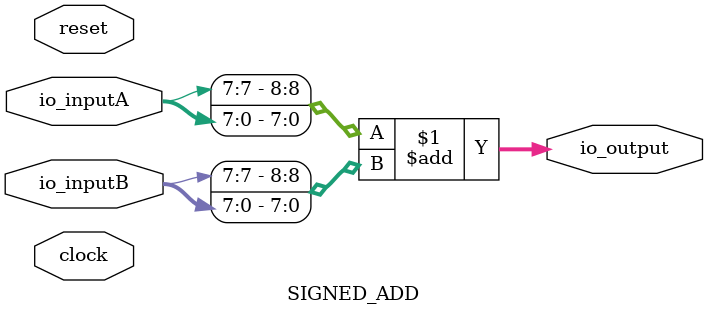
<source format=v>
module SIGNED_ADD(
  input        clock,
  input        reset,
  input  [7:0] io_inputA,
  input  [7:0] io_inputB,
  output [8:0] io_output
);
  assign io_output = $signed(io_inputA) + $signed(io_inputB); // @[SIGNED_ADD.scala 12:26]
endmodule

</source>
